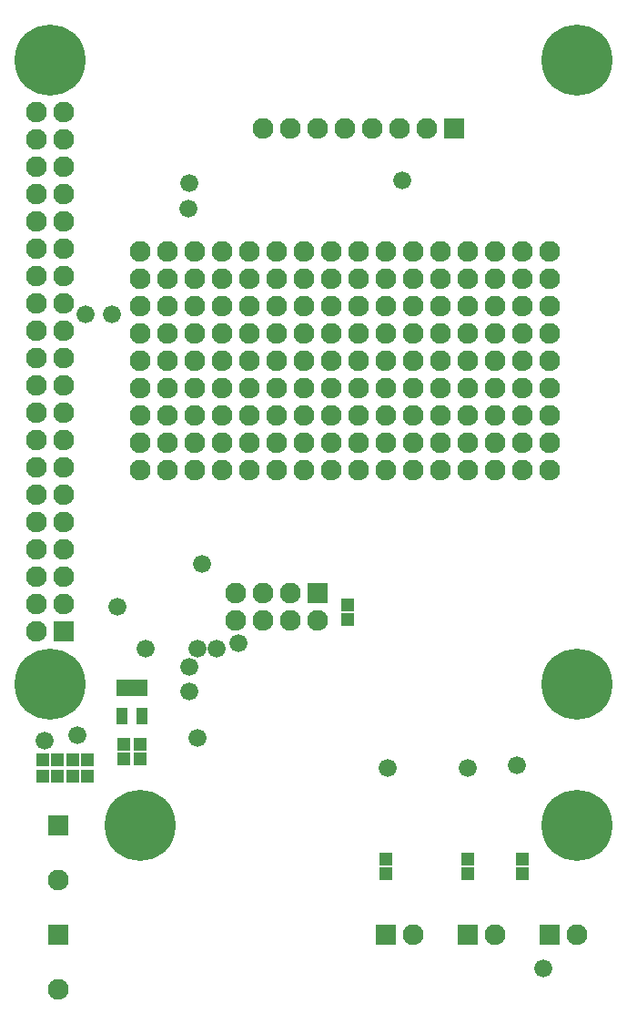
<source format=gts>
%FSLAX25Y25*%
%MOIN*%
G70*
G01*
G75*
G04 Layer_Color=8388736*
%ADD10R,0.02717X0.04724*%
%ADD11R,0.03543X0.03150*%
%ADD12R,0.03150X0.03543*%
%ADD13C,0.01969*%
%ADD14C,0.01000*%
%ADD15R,0.06000X0.06000*%
%ADD16C,0.06000*%
%ADD17R,0.06000X0.06000*%
%ADD18C,0.05000*%
%ADD19C,0.24410*%
%ADD20C,0.00787*%
%ADD21C,0.00252*%
%ADD22C,0.00800*%
%ADD23C,0.00600*%
%ADD24R,0.04317X0.06324*%
%ADD25R,0.05143X0.04750*%
%ADD26R,0.04750X0.05143*%
%ADD27R,0.07600X0.07600*%
%ADD28C,0.07600*%
%ADD29R,0.07600X0.07600*%
%ADD30C,0.06600*%
%ADD31C,0.26009*%
G36*
X-159260Y-232637D02*
X-166740D01*
Y-227177D01*
X-159260Y-227153D01*
Y-232637D01*
D02*
G37*
D24*
X-166740Y-229882D02*
D03*
X-163000D02*
D03*
X-159260D02*
D03*
X-166740Y-240118D02*
D03*
X-159260D02*
D03*
D25*
X-166000Y-250244D02*
D03*
Y-255756D02*
D03*
X-160000Y-250244D02*
D03*
Y-255756D02*
D03*
X-70000Y-292244D02*
D03*
Y-297756D02*
D03*
X-40000Y-292244D02*
D03*
Y-297756D02*
D03*
X-20000Y-292244D02*
D03*
Y-297756D02*
D03*
X-84000Y-199244D02*
D03*
Y-204756D02*
D03*
D26*
X-190244Y-262000D02*
D03*
X-195756D02*
D03*
X-195756Y-256000D02*
D03*
X-190244D02*
D03*
X-184756D02*
D03*
X-179244D02*
D03*
X-179244Y-262000D02*
D03*
X-184756D02*
D03*
D27*
X-10000Y-320000D02*
D03*
X-40000D02*
D03*
X-70000D02*
D03*
X-95000Y-195000D02*
D03*
X-45000Y-25000D02*
D03*
D28*
X0Y-320000D02*
D03*
X-30000D02*
D03*
X-60000D02*
D03*
X-10000Y-150000D02*
D03*
X-20000D02*
D03*
X-30000D02*
D03*
X-40000D02*
D03*
X-50000D02*
D03*
X-60000D02*
D03*
X-70000D02*
D03*
X-80000D02*
D03*
X-90000D02*
D03*
X-100000D02*
D03*
X-110000D02*
D03*
X-120000D02*
D03*
X-130000D02*
D03*
X-140000D02*
D03*
X-150000D02*
D03*
X-160000D02*
D03*
Y-140000D02*
D03*
Y-130000D02*
D03*
Y-120000D02*
D03*
Y-110000D02*
D03*
Y-100000D02*
D03*
Y-90000D02*
D03*
Y-80000D02*
D03*
Y-70000D02*
D03*
X-150000Y-140000D02*
D03*
Y-130000D02*
D03*
Y-120000D02*
D03*
Y-110000D02*
D03*
Y-100000D02*
D03*
Y-90000D02*
D03*
Y-80000D02*
D03*
Y-70000D02*
D03*
X-140000Y-140000D02*
D03*
Y-130000D02*
D03*
Y-120000D02*
D03*
Y-110000D02*
D03*
Y-100000D02*
D03*
Y-90000D02*
D03*
Y-80000D02*
D03*
Y-70000D02*
D03*
X-10000Y-140000D02*
D03*
Y-130000D02*
D03*
Y-120000D02*
D03*
Y-110000D02*
D03*
Y-100000D02*
D03*
Y-90000D02*
D03*
Y-80000D02*
D03*
Y-70000D02*
D03*
X-20000Y-140000D02*
D03*
Y-130000D02*
D03*
Y-120000D02*
D03*
Y-110000D02*
D03*
Y-100000D02*
D03*
Y-90000D02*
D03*
Y-80000D02*
D03*
Y-70000D02*
D03*
X-30000Y-140000D02*
D03*
Y-130000D02*
D03*
Y-120000D02*
D03*
Y-110000D02*
D03*
Y-100000D02*
D03*
Y-90000D02*
D03*
Y-80000D02*
D03*
Y-70000D02*
D03*
X-40000Y-140000D02*
D03*
Y-130000D02*
D03*
Y-120000D02*
D03*
Y-110000D02*
D03*
Y-100000D02*
D03*
Y-90000D02*
D03*
Y-80000D02*
D03*
Y-70000D02*
D03*
X-50000Y-140000D02*
D03*
Y-130000D02*
D03*
Y-120000D02*
D03*
Y-110000D02*
D03*
Y-100000D02*
D03*
Y-90000D02*
D03*
Y-80000D02*
D03*
Y-70000D02*
D03*
X-60000Y-140000D02*
D03*
Y-130000D02*
D03*
Y-120000D02*
D03*
Y-110000D02*
D03*
Y-100000D02*
D03*
Y-90000D02*
D03*
Y-80000D02*
D03*
Y-70000D02*
D03*
X-70000Y-140000D02*
D03*
Y-130000D02*
D03*
Y-120000D02*
D03*
Y-110000D02*
D03*
Y-100000D02*
D03*
Y-90000D02*
D03*
Y-80000D02*
D03*
Y-70000D02*
D03*
X-80000Y-140000D02*
D03*
Y-130000D02*
D03*
Y-120000D02*
D03*
Y-110000D02*
D03*
Y-100000D02*
D03*
Y-90000D02*
D03*
Y-80000D02*
D03*
Y-70000D02*
D03*
X-90000Y-140000D02*
D03*
Y-130000D02*
D03*
Y-120000D02*
D03*
Y-110000D02*
D03*
Y-100000D02*
D03*
Y-90000D02*
D03*
Y-80000D02*
D03*
Y-70000D02*
D03*
X-100000Y-140000D02*
D03*
Y-130000D02*
D03*
Y-120000D02*
D03*
Y-110000D02*
D03*
Y-100000D02*
D03*
Y-90000D02*
D03*
Y-80000D02*
D03*
Y-70000D02*
D03*
X-110000Y-140000D02*
D03*
Y-130000D02*
D03*
Y-120000D02*
D03*
Y-110000D02*
D03*
Y-100000D02*
D03*
Y-90000D02*
D03*
Y-80000D02*
D03*
Y-70000D02*
D03*
X-120000Y-140000D02*
D03*
Y-130000D02*
D03*
Y-120000D02*
D03*
Y-110000D02*
D03*
Y-100000D02*
D03*
Y-90000D02*
D03*
Y-80000D02*
D03*
Y-70000D02*
D03*
X-130000Y-140000D02*
D03*
Y-130000D02*
D03*
Y-120000D02*
D03*
Y-110000D02*
D03*
Y-100000D02*
D03*
Y-90000D02*
D03*
Y-80000D02*
D03*
Y-70000D02*
D03*
X-197894Y-209173D02*
D03*
Y-199173D02*
D03*
Y-189173D02*
D03*
Y-179173D02*
D03*
Y-169173D02*
D03*
Y-159173D02*
D03*
Y-149173D02*
D03*
Y-139173D02*
D03*
Y-129173D02*
D03*
Y-119173D02*
D03*
Y-109173D02*
D03*
Y-99173D02*
D03*
Y-89173D02*
D03*
Y-79173D02*
D03*
Y-69173D02*
D03*
Y-59173D02*
D03*
Y-49173D02*
D03*
Y-39173D02*
D03*
Y-29173D02*
D03*
Y-19173D02*
D03*
X-187894Y-199173D02*
D03*
Y-189173D02*
D03*
Y-179173D02*
D03*
Y-169173D02*
D03*
Y-159173D02*
D03*
Y-149173D02*
D03*
Y-139173D02*
D03*
Y-129173D02*
D03*
Y-119173D02*
D03*
Y-109173D02*
D03*
Y-99173D02*
D03*
Y-89173D02*
D03*
Y-79173D02*
D03*
Y-69173D02*
D03*
Y-59173D02*
D03*
Y-49173D02*
D03*
Y-39173D02*
D03*
Y-29173D02*
D03*
Y-19173D02*
D03*
X-125000Y-205000D02*
D03*
X-115000D02*
D03*
X-105000D02*
D03*
X-95000D02*
D03*
X-125000Y-195000D02*
D03*
X-115000D02*
D03*
X-105000D02*
D03*
X-55000Y-25000D02*
D03*
X-65000D02*
D03*
X-75000D02*
D03*
X-85000D02*
D03*
X-95000D02*
D03*
X-105000D02*
D03*
X-115000D02*
D03*
X-190000Y-300000D02*
D03*
Y-340000D02*
D03*
D29*
X-187894Y-209173D02*
D03*
X-190000Y-280000D02*
D03*
Y-320000D02*
D03*
D30*
X-124000Y-213500D02*
D03*
X-137500Y-184500D02*
D03*
X-139000Y-215500D02*
D03*
X-40000Y-259000D02*
D03*
X-69500D02*
D03*
X-180000Y-93000D02*
D03*
X-142000Y-45000D02*
D03*
X-170500Y-93000D02*
D03*
X-142500Y-54500D02*
D03*
X-168500Y-200000D02*
D03*
X-12500Y-332500D02*
D03*
X-64000Y-44000D02*
D03*
X-139000Y-248000D02*
D03*
X-142000Y-231000D02*
D03*
X-22000Y-258000D02*
D03*
X-158000Y-215500D02*
D03*
X-132000D02*
D03*
X-183000Y-247000D02*
D03*
X-142000Y-222000D02*
D03*
X-195000Y-249000D02*
D03*
D31*
X-160000Y-280000D02*
D03*
X0D02*
D03*
Y0D02*
D03*
Y-228346D02*
D03*
X-192913D02*
D03*
Y0D02*
D03*
M02*

</source>
